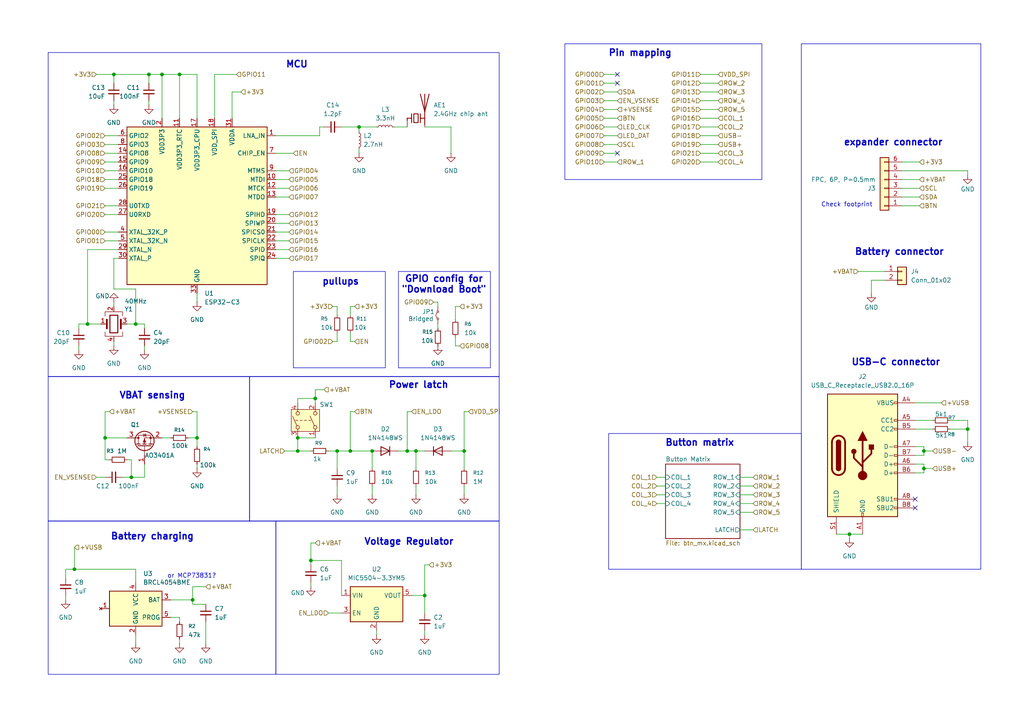
<source format=kicad_sch>
(kicad_sch (version 20250114) (generator "eeschema") (generator_version "9.0")
  (paper "A4")
  (rectangle (start 13.97 151.13) (end 80.01 195.58))
  (rectangle (start 115.57 78.74) (end 142.24 106.68))
  (rectangle (start 13.97 15.24) (end 144.78 109.22))
  (rectangle (start 163.83 12.7) (end 220.98 52.07))
  (rectangle (start 85.09 78.74) (end 111.76 106.68))
  (rectangle (start 232.41 12.7) (end 284.48 165.1))
  (rectangle (start 13.97 109.22) (end 72.39 151.13))
  (rectangle (start 72.39 109.22) (end 144.78 151.13))
  (rectangle (start 80.01 151.13) (end 144.78 195.58))
  (rectangle (start 176.53 125.73) (end 232.41 165.1))
  (text "Voltage Regulator" (at 118.618 157.226 0) (effects (font (size 1.905 1.905) (thickness 0.381) (bold yes))))
  (text "expander connector" (at 259.08 41.402 0) (effects (font (size 1.905 1.905) (thickness 0.381) (bold yes))))
  (text "Check footprint" (at 245.618 59.436 0) (effects (font (size 1.27 1.27))))
  (text "MCU" (at 86.106 18.796 0) (effects (font (size 1.905 1.905) (thickness 0.381) (bold yes))))
  (text "Battery connector" (at 260.858 73.152 0) (effects (font (size 1.905 1.905) (thickness 0.381) (bold yes))))
  (text "or MCP73831?" (at 55.626 167.132 0) (effects (font (size 1.27 1.27))))
  (text "pullups" (at 98.806 81.788 0) (effects (font (size 1.905 1.905) (thickness 0.381) (bold yes))))
  (text "GPIO config for\n\"Download Boot\"" (at 128.778 82.55 0) (effects (font (size 1.905 1.905) (thickness 0.381) (bold yes))))
  (text "USB-C connector" (at 259.842 105.156 0) (effects (font (size 1.905 1.905) (thickness 0.381) (bold yes))))
  (text "Button matrix" (at 202.946 128.524 0) (effects (font (size 1.905 1.905) (thickness 0.381) (bold yes))))
  (text "VBAT sensing" (at 44.196 114.808 0) (effects (font (size 1.905 1.905) (thickness 0.381) (bold yes))))
  (text "Power latch" (at 121.412 111.76 0) (effects (font (size 1.905 1.905) (thickness 0.381) (bold yes))))
  (text "Battery charging" (at 44.196 155.702 0) (effects (font (size 1.905 1.905) (thickness 0.381) (bold yes))))
  (text "Pin mapping" (at 185.674 15.494 0) (effects (font (size 1.905 1.905) (thickness 0.381) (bold yes))))
  (junction (at 120.65 130.81))
  (junction (at 33.02 21.59))
  (junction (at 86.36 127))
  (junction (at 101.6 130.81))
  (junction (at 39.37 93.98))
  (junction (at 21.59 165.1))
  (junction (at 107.95 130.81))
  (junction (at 267.97 135.89))
  (junction (at 43.18 21.59))
  (junction (at 38.1 138.43))
  (junction (at 123.19 172.72))
  (junction (at 267.97 130.81))
  (junction (at 246.38 154.94))
  (junction (at 46.99 21.59))
  (junction (at 86.36 130.81))
  (junction (at 55.88 173.99))
  (junction (at 52.07 21.59))
  (junction (at 134.62 130.81))
  (junction (at 104.14 36.83))
  (junction (at 57.15 127))
  (junction (at 118.11 130.81))
  (junction (at 91.44 115.57))
  (junction (at 90.17 162.56))
  (junction (at 280.67 124.46))
  (junction (at 25.4 93.98))
  (junction (at 30.48 127))
  (junction (at 97.79 130.81))
  (no_connect (at 179.07 24.13))
  (no_connect (at 179.07 21.59))
  (no_connect (at 179.07 44.45))
  (no_connect (at 265.43 147.32))
  (no_connect (at 265.43 144.78))
  (wire (pts (xy 214.63 138.43) (xy 218.44 138.43)))
  (wire (pts (xy 80.01 57.15) (xy 83.82 57.15)))
  (wire (pts (xy 275.59 121.92) (xy 280.67 121.92)))
  (wire (pts (xy 43.18 21.59) (xy 46.99 21.59)))
  (wire (pts (xy 39.37 93.98) (xy 41.91 93.98)))
  (wire (pts (xy 134.62 119.38) (xy 134.62 130.81)))
  (wire (pts (xy 101.6 91.44) (xy 101.6 88.9)))
  (wire (pts (xy 119.38 172.72) (xy 123.19 172.72)))
  (wire (pts (xy 115.57 130.81) (xy 118.11 130.81)))
  (wire (pts (xy 203.2 21.59) (xy 208.28 21.59)))
  (wire (pts (xy 33.02 74.93) (xy 33.02 83.82)))
  (wire (pts (xy 97.79 88.9) (xy 96.52 88.9)))
  (wire (pts (xy 265.43 116.84) (xy 273.05 116.84)))
  (wire (pts (xy 22.86 93.98) (xy 25.4 93.98)))
  (wire (pts (xy 80.01 49.53) (xy 83.82 49.53)))
  (wire (pts (xy 175.26 26.67) (xy 179.07 26.67)))
  (wire (pts (xy 175.26 39.37) (xy 179.07 39.37)))
  (wire (pts (xy 52.07 185.42) (xy 52.07 186.69)))
  (wire (pts (xy 59.69 180.34) (xy 59.69 186.69)))
  (wire (pts (xy 90.17 157.48) (xy 91.44 157.48)))
  (wire (pts (xy 46.99 34.29) (xy 46.99 21.59)))
  (wire (pts (xy 30.48 59.69) (xy 34.29 59.69)))
  (wire (pts (xy 104.14 43.18) (xy 104.14 44.45)))
  (wire (pts (xy 52.07 34.29) (xy 52.07 21.59)))
  (wire (pts (xy 86.36 130.81) (xy 90.17 130.81)))
  (wire (pts (xy 22.86 95.25) (xy 22.86 93.98)))
  (wire (pts (xy 52.07 179.07) (xy 52.07 180.34)))
  (wire (pts (xy 214.63 140.97) (xy 218.44 140.97)))
  (wire (pts (xy 80.01 69.85) (xy 83.82 69.85)))
  (wire (pts (xy 261.62 49.53) (xy 280.67 49.53)))
  (wire (pts (xy 101.6 88.9) (xy 102.87 88.9)))
  (wire (pts (xy 62.23 21.59) (xy 68.58 21.59)))
  (wire (pts (xy 99.06 162.56) (xy 99.06 172.72)))
  (wire (pts (xy 33.02 29.21) (xy 33.02 30.48)))
  (wire (pts (xy 208.28 39.37) (xy 203.2 39.37)))
  (wire (pts (xy 43.18 29.21) (xy 43.18 30.48)))
  (wire (pts (xy 175.26 44.45) (xy 179.07 44.45)))
  (wire (pts (xy 120.65 140.97) (xy 120.65 143.51)))
  (wire (pts (xy 90.17 163.83) (xy 90.17 162.56)))
  (wire (pts (xy 127 93.98) (xy 127 95.25)))
  (wire (pts (xy 175.26 46.99) (xy 179.07 46.99)))
  (wire (pts (xy 57.15 85.09) (xy 57.15 87.63)))
  (wire (pts (xy 248.92 78.74) (xy 256.54 78.74)))
  (wire (pts (xy 275.59 124.46) (xy 280.67 124.46)))
  (wire (pts (xy 132.08 88.9) (xy 133.35 88.9)))
  (wire (pts (xy 267.97 130.81) (xy 267.97 132.08)))
  (wire (pts (xy 33.02 21.59) (xy 43.18 21.59)))
  (wire (pts (xy 175.26 21.59) (xy 179.07 21.59)))
  (wire (pts (xy 39.37 83.82) (xy 39.37 93.98)))
  (wire (pts (xy 267.97 134.62) (xy 267.97 135.89)))
  (wire (pts (xy 30.48 52.07) (xy 34.29 52.07)))
  (wire (pts (xy 30.48 39.37) (xy 34.29 39.37)))
  (wire (pts (xy 95.25 130.81) (xy 97.79 130.81)))
  (wire (pts (xy 22.86 100.33) (xy 22.86 101.6)))
  (wire (pts (xy 261.62 46.99) (xy 266.7 46.99)))
  (wire (pts (xy 46.99 127) (xy 49.53 127)))
  (wire (pts (xy 252.73 81.28) (xy 252.73 85.09)))
  (wire (pts (xy 120.65 130.81) (xy 120.65 135.89)))
  (wire (pts (xy 134.62 140.97) (xy 134.62 143.51)))
  (wire (pts (xy 208.28 41.91) (xy 203.2 41.91)))
  (wire (pts (xy 123.19 36.83) (xy 130.81 36.83)))
  (wire (pts (xy 203.2 46.99) (xy 208.28 46.99)))
  (wire (pts (xy 267.97 129.54) (xy 267.97 130.81)))
  (wire (pts (xy 104.14 36.83) (xy 104.14 38.1)))
  (wire (pts (xy 92.71 39.37) (xy 92.71 36.83)))
  (wire (pts (xy 107.95 130.81) (xy 101.6 130.81)))
  (wire (pts (xy 175.26 29.21) (xy 179.07 29.21)))
  (wire (pts (xy 30.48 54.61) (xy 34.29 54.61)))
  (wire (pts (xy 175.26 24.13) (xy 179.07 24.13)))
  (wire (pts (xy 30.48 119.38) (xy 31.75 119.38)))
  (wire (pts (xy 104.14 36.83) (xy 109.22 36.83)))
  (wire (pts (xy 261.62 59.69) (xy 266.7 59.69)))
  (wire (pts (xy 190.5 138.43) (xy 193.04 138.43)))
  (wire (pts (xy 82.55 130.81) (xy 86.36 130.81)))
  (wire (pts (xy 34.29 74.93) (xy 33.02 74.93)))
  (wire (pts (xy 30.48 127) (xy 30.48 119.38)))
  (wire (pts (xy 90.17 162.56) (xy 99.06 162.56)))
  (wire (pts (xy 41.91 100.33) (xy 41.91 101.6)))
  (wire (pts (xy 267.97 130.81) (xy 270.51 130.81)))
  (wire (pts (xy 57.15 21.59) (xy 52.07 21.59)))
  (wire (pts (xy 203.2 44.45) (xy 208.28 44.45)))
  (wire (pts (xy 134.62 119.38) (xy 135.89 119.38)))
  (wire (pts (xy 55.88 175.26) (xy 55.88 173.99)))
  (wire (pts (xy 203.2 36.83) (xy 208.28 36.83)))
  (wire (pts (xy 86.36 115.57) (xy 86.36 116.84)))
  (wire (pts (xy 91.44 113.03) (xy 93.98 113.03)))
  (wire (pts (xy 67.31 34.29) (xy 67.31 26.67)))
  (wire (pts (xy 57.15 127) (xy 57.15 119.38)))
  (wire (pts (xy 90.17 168.91) (xy 90.17 170.18)))
  (wire (pts (xy 123.19 177.8) (xy 123.19 172.72)))
  (wire (pts (xy 92.71 36.83) (xy 93.98 36.83)))
  (wire (pts (xy 99.06 36.83) (xy 104.14 36.83)))
  (wire (pts (xy 261.62 57.15) (xy 266.7 57.15)))
  (wire (pts (xy 246.38 154.94) (xy 246.38 156.21)))
  (wire (pts (xy 107.95 140.97) (xy 107.95 143.51)))
  (wire (pts (xy 25.4 93.98) (xy 29.21 93.98)))
  (wire (pts (xy 30.48 62.23) (xy 34.29 62.23)))
  (wire (pts (xy 38.1 138.43) (xy 41.91 138.43)))
  (wire (pts (xy 175.26 36.83) (xy 179.07 36.83)))
  (wire (pts (xy 265.43 121.92) (xy 270.51 121.92)))
  (wire (pts (xy 267.97 132.08) (xy 265.43 132.08)))
  (wire (pts (xy 190.5 146.05) (xy 193.04 146.05)))
  (wire (pts (xy 203.2 34.29) (xy 208.28 34.29)))
  (wire (pts (xy 134.62 130.81) (xy 134.62 135.89)))
  (wire (pts (xy 59.69 175.26) (xy 55.88 175.26)))
  (wire (pts (xy 265.43 137.16) (xy 267.97 137.16)))
  (wire (pts (xy 114.3 36.83) (xy 118.11 36.83)))
  (wire (pts (xy 125.73 87.63) (xy 127 87.63)))
  (wire (pts (xy 119.38 119.38) (xy 118.11 119.38)))
  (wire (pts (xy 30.48 49.53) (xy 34.29 49.53)))
  (wire (pts (xy 80.01 39.37) (xy 92.71 39.37)))
  (wire (pts (xy 120.65 130.81) (xy 123.19 130.81)))
  (wire (pts (xy 91.44 115.57) (xy 91.44 113.03)))
  (wire (pts (xy 130.81 36.83) (xy 130.81 44.45)))
  (wire (pts (xy 267.97 135.89) (xy 270.51 135.89)))
  (wire (pts (xy 97.79 91.44) (xy 97.79 88.9)))
  (wire (pts (xy 86.36 127) (xy 91.44 127)))
  (wire (pts (xy 97.79 140.97) (xy 97.79 143.51)))
  (wire (pts (xy 31.75 133.35) (xy 30.48 133.35)))
  (wire (pts (xy 49.53 173.99) (xy 55.88 173.99)))
  (wire (pts (xy 203.2 31.75) (xy 208.28 31.75)))
  (wire (pts (xy 30.48 69.85) (xy 34.29 69.85)))
  (wire (pts (xy 242.57 154.94) (xy 246.38 154.94)))
  (wire (pts (xy 261.62 52.07) (xy 266.7 52.07)))
  (wire (pts (xy 30.48 44.45) (xy 34.29 44.45)))
  (wire (pts (xy 267.97 129.54) (xy 265.43 129.54)))
  (wire (pts (xy 175.26 41.91) (xy 179.07 41.91)))
  (wire (pts (xy 80.01 74.93) (xy 83.82 74.93)))
  (wire (pts (xy 30.48 127) (xy 36.83 127)))
  (wire (pts (xy 30.48 41.91) (xy 34.29 41.91)))
  (wire (pts (xy 30.48 67.31) (xy 34.29 67.31)))
  (wire (pts (xy 265.43 124.46) (xy 270.51 124.46)))
  (wire (pts (xy 30.48 133.35) (xy 30.48 127)))
  (wire (pts (xy 280.67 121.92) (xy 280.67 124.46)))
  (wire (pts (xy 27.94 21.59) (xy 33.02 21.59)))
  (wire (pts (xy 34.29 72.39) (xy 25.4 72.39)))
  (wire (pts (xy 132.08 92.71) (xy 132.08 88.9)))
  (wire (pts (xy 80.01 54.61) (xy 83.82 54.61)))
  (wire (pts (xy 203.2 29.21) (xy 208.28 29.21)))
  (wire (pts (xy 86.36 127) (xy 86.36 130.81)))
  (wire (pts (xy 21.59 158.75) (xy 21.59 165.1)))
  (wire (pts (xy 101.6 99.06) (xy 101.6 96.52)))
  (wire (pts (xy 91.44 115.57) (xy 86.36 115.57)))
  (wire (pts (xy 33.02 83.82) (xy 39.37 83.82)))
  (wire (pts (xy 118.11 119.38) (xy 118.11 130.81)))
  (wire (pts (xy 214.63 146.05) (xy 218.44 146.05)))
  (wire (pts (xy 21.59 165.1) (xy 39.37 165.1)))
  (wire (pts (xy 38.1 138.43) (xy 38.1 133.35)))
  (wire (pts (xy 80.01 67.31) (xy 83.82 67.31)))
  (wire (pts (xy 133.35 100.33) (xy 132.08 100.33)))
  (wire (pts (xy 214.63 153.67) (xy 218.44 153.67)))
  (wire (pts (xy 267.97 135.89) (xy 267.97 137.16)))
  (wire (pts (xy 123.19 182.88) (xy 123.19 184.15)))
  (wire (pts (xy 33.02 100.33) (xy 33.02 99.06)))
  (wire (pts (xy 96.52 99.06) (xy 97.79 99.06)))
  (wire (pts (xy 43.18 21.59) (xy 43.18 24.13)))
  (wire (pts (xy 57.15 135.89) (xy 57.15 134.62)))
  (wire (pts (xy 80.01 44.45) (xy 85.09 44.45)))
  (wire (pts (xy 19.05 165.1) (xy 21.59 165.1)))
  (wire (pts (xy 101.6 119.38) (xy 102.87 119.38)))
  (wire (pts (xy 127 87.63) (xy 127 88.9)))
  (wire (pts (xy 57.15 34.29) (xy 57.15 21.59)))
  (wire (pts (xy 214.63 143.51) (xy 218.44 143.51)))
  (wire (pts (xy 39.37 184.15) (xy 39.37 186.69)))
  (wire (pts (xy 90.17 162.56) (xy 90.17 157.48)))
  (wire (pts (xy 256.54 81.28) (xy 252.73 81.28)))
  (wire (pts (xy 190.5 140.97) (xy 193.04 140.97)))
  (wire (pts (xy 80.01 72.39) (xy 83.82 72.39)))
  (wire (pts (xy 41.91 95.25) (xy 41.91 93.98)))
  (wire (pts (xy 107.95 135.89) (xy 107.95 130.81)))
  (wire (pts (xy 35.56 138.43) (xy 38.1 138.43)))
  (wire (pts (xy 91.44 115.57) (xy 91.44 116.84)))
  (wire (pts (xy 130.81 130.81) (xy 134.62 130.81)))
  (wire (pts (xy 101.6 130.81) (xy 97.79 130.81)))
  (wire (pts (xy 30.48 138.43) (xy 27.94 138.43)))
  (wire (pts (xy 41.91 134.62) (xy 41.91 138.43)))
  (wire (pts (xy 203.2 26.67) (xy 208.28 26.67)))
  (wire (pts (xy 246.38 154.94) (xy 250.19 154.94)))
  (wire (pts (xy 80.01 52.07) (xy 83.82 52.07)))
  (wire (pts (xy 57.15 129.54) (xy 57.15 127)))
  (wire (pts (xy 102.87 99.06) (xy 101.6 99.06)))
  (wire (pts (xy 261.62 54.61) (xy 266.7 54.61)))
  (wire (pts (xy 265.43 134.62) (xy 267.97 134.62)))
  (wire (pts (xy 54.61 127) (xy 57.15 127)))
  (wire (pts (xy 33.02 21.59) (xy 33.02 24.13)))
  (wire (pts (xy 55.88 173.99) (xy 55.88 170.18)))
  (wire (pts (xy 49.53 179.07) (xy 52.07 179.07)))
  (wire (pts (xy 97.79 96.52) (xy 97.79 99.06)))
  (wire (pts (xy 175.26 34.29) (xy 179.07 34.29)))
  (wire (pts (xy 67.31 26.67) (xy 69.85 26.67)))
  (wire (pts (xy 19.05 165.1) (xy 19.05 167.64)))
  (wire (pts (xy 280.67 50.8) (xy 280.67 49.53)))
  (wire (pts (xy 280.67 124.46) (xy 280.67 128.27)))
  (wire (pts (xy 30.48 46.99) (xy 34.29 46.99)))
  (wire (pts (xy 19.05 172.72) (xy 19.05 173.99)))
  (wire (pts (xy 39.37 168.91) (xy 39.37 165.1)))
  (wire (pts (xy 97.79 130.81) (xy 97.79 135.89)))
  (wire (pts (xy 33.02 87.63) (xy 33.02 88.9)))
  (wire (pts (xy 123.19 163.83) (xy 124.46 163.83)))
  (wire (pts (xy 101.6 119.38) (xy 101.6 130.81)))
  (wire (pts (xy 38.1 133.35) (xy 36.83 133.35)))
  (wire (pts (xy 36.83 93.98) (xy 39.37 93.98)))
  (wire (pts (xy 46.99 21.59) (xy 52.07 21.59)))
  (wire (pts (xy 55.88 119.38) (xy 57.15 119.38)))
  (wire (pts (xy 80.01 64.77) (xy 83.82 64.77)))
  (wire (pts (xy 25.4 72.39) (xy 25.4 93.98)))
  (wire (pts (xy 175.26 31.75) (xy 179.07 31.75)))
  (wire (pts (xy 123.19 163.83) (xy 123.19 172.72)))
  (wire (pts (xy 190.5 143.51) (xy 193.04 143.51)))
  (wire (pts (xy 80.01 62.23) (xy 83.82 62.23)))
  (wire (pts (xy 55.88 170.18) (xy 59.69 170.18)))
  (wire (pts (xy 118.11 130.81) (xy 120.65 130.81)))
  (wire (pts (xy 95.25 177.8) (xy 99.06 177.8)))
  (wire (pts (xy 132.08 97.79) (xy 132.08 100.33)))
  (wire (pts (xy 62.23 34.29) (xy 62.23 21.59)))
  (wire (pts (xy 203.2 24.13) (xy 208.28 24.13)))
  (wire (pts (xy 214.63 148.59) (xy 218.44 148.59)))
  (wire (pts (xy 109.22 182.88) (xy 109.22 184.15)))
  (hierarchical_label "+VBAT" (shape input) (at 31.75 119.38 0))
  (hierarchical_label "GPIO20" (shape input) (at 203.2 46.99 180))
  (hierarchical_label "+3V3" (shape input) (at 69.85 26.67 0))
  (hierarchical_label "GPIO13" (shape input) (at 203.2 26.67 180))
  (hierarchical_label "GPIO09" (shape input) (at 125.73 87.63 180))
  (hierarchical_label "ROW_4" (shape input) (at 218.44 146.05 0))
  (hierarchical_label "COL_3" (shape input) (at 190.5 143.51 180))
  (hierarchical_label "GPIO09" (shape input) (at 30.48 46.99 180))
  (hierarchical_label "GPIO05" (shape input) (at 175.26 34.29 180))
  (hierarchical_label "COL_4" (shape input) (at 208.28 46.99 0))
  (hierarchical_label "GPIO13" (shape input) (at 83.82 64.77 0))
  (hierarchical_label "+3V3" (shape input) (at 102.87 88.9 0))
  (hierarchical_label "GPIO04" (shape input) (at 83.82 49.53 0))
  (hierarchical_label "COL_2" (shape input) (at 208.28 36.83 0))
  (hierarchical_label "+3V3" (shape input) (at 124.46 163.83 0))
  (hierarchical_label "GPIO05" (shape input) (at 83.82 52.07 0))
  (hierarchical_label "GPIO09" (shape input) (at 175.26 44.45 180))
  (hierarchical_label "LED_DAT" (shape input) (at 179.07 39.37 0))
  (hierarchical_label "+VUSB" (shape input) (at 273.05 116.84 0))
  (hierarchical_label "GPIO04" (shape input) (at 175.26 31.75 180))
  (hierarchical_label "GPIO17" (shape input) (at 83.82 74.93 0))
  (hierarchical_label "+3V3" (shape input) (at 266.7 46.99 0))
  (hierarchical_label "ROW_5" (shape input) (at 218.44 148.59 0))
  (hierarchical_label "+3V3" (shape input) (at 96.52 88.9 180))
  (hierarchical_label "EN_VSENSE" (shape input) (at 179.07 29.21 0))
  (hierarchical_label "GPIO18" (shape input) (at 30.48 52.07 180))
  (hierarchical_label "+VUSB" (shape input) (at 21.59 158.75 0))
  (hierarchical_label "GPIO02" (shape input) (at 30.48 39.37 180))
  (hierarchical_label "GPIO08" (shape input) (at 133.35 100.33 0))
  (hierarchical_label "USB+" (shape input) (at 270.51 135.89 0))
  (hierarchical_label "GPIO21" (shape input) (at 203.2 44.45 180))
  (hierarchical_label "ROW_2" (shape input) (at 218.44 140.97 0))
  (hierarchical_label "EN_VSENSE" (shape input) (at 27.94 138.43 180))
  (hierarchical_label "GPIO14" (shape input) (at 83.82 67.31 0))
  (hierarchical_label "GPIO12" (shape input) (at 83.82 62.23 0))
  (hierarchical_label "+VBAT" (shape input) (at 93.98 113.03 0))
  (hierarchical_label "BTN" (shape input) (at 266.7 59.69 0))
  (hierarchical_label "GPIO11" (shape input) (at 68.58 21.59 0))
  (hierarchical_label "LATCH" (shape input) (at 218.44 153.67 0))
  (hierarchical_label "GPIO17" (shape input) (at 203.2 36.83 180))
  (hierarchical_label "GPIO21" (shape input) (at 30.48 59.69 180))
  (hierarchical_label "ROW_2" (shape input) (at 208.28 24.13 0))
  (hierarchical_label "VDD_SPI" (shape input) (at 135.89 119.38 0))
  (hierarchical_label "BTN" (shape input) (at 179.07 34.29 0))
  (hierarchical_label "+VBAT" (shape input) (at 266.7 52.07 0))
  (hierarchical_label "GPIO19" (shape input) (at 203.2 41.91 180))
  (hierarchical_label "GPIO03" (shape input) (at 175.26 29.21 180))
  (hierarchical_label "EN" (shape input) (at 85.09 44.45 0))
  (hierarchical_label "GPIO15" (shape input) (at 83.82 69.85 0))
  (hierarchical_label "ROW_3" (shape input) (at 218.44 143.51 0))
  (hierarchical_label "GPIO06" (shape input) (at 83.82 54.61 0))
  (hierarchical_label "EN_LDO" (shape input) (at 95.25 177.8 180))
  (hierarchical_label "GPIO16" (shape input) (at 83.82 72.39 0))
  (hierarchical_label "+3V3" (shape input) (at 27.94 21.59 180))
  (hierarchical_label "GPIO18" (shape input) (at 203.2 39.37 180))
  (hierarchical_label "USB+" (shape input) (at 208.28 41.91 0))
  (hierarchical_label "GPIO03" (shape input) (at 30.48 41.91 180))
  (hierarchical_label "SCL" (shape input) (at 266.7 54.61 0))
  (hierarchical_label "SDA" (shape input) (at 266.7 57.15 0))
  (hierarchical_label "GPIO19" (shape input) (at 30.48 54.61 180))
  (hierarchical_label "GPIO01" (shape input) (at 175.26 24.13 180))
  (hierarchical_label "GPIO06" (shape input) (at 175.26 36.83 180))
  (hierarchical_label "GPIO10" (shape input) (at 30.48 49.53 180))
  (hierarchical_label "ROW_3" (shape input) (at 208.28 26.67 0))
  (hierarchical_label "COL_3" (shape input) (at 208.28 44.45 0))
  (hierarchical_label "VDD_SPI" (shape input) (at 208.28 21.59 0))
  (hierarchical_label "COL_4" (shape input) (at 190.5 146.05 180))
  (hierarchical_label "COL_1" (shape input) (at 208.28 34.29 0))
  (hierarchical_label "SDA" (shape input) (at 179.07 26.67 0))
  (hierarchical_label "ROW_1" (shape input) (at 218.44 138.43 0))
  (hierarchical_label "+VBAT" (shape input) (at 91.44 157.48 0))
  (hierarchical_label "COL_1" (shape input) (at 190.5 138.43 180))
  (hierarchical_label "GPIO07" (shape input) (at 83.82 57.15 0))
  (hierarchical_label "ROW_1" (shape input) (at 179.07 46.99 0))
  (hierarchical_label "SCL" (shape input) (at 179.07 41.91 0))
  (hierarchical_label "GPIO12" (shape input) (at 203.2 24.13 180))
  (hierarchical_label "GPIO07" (shape input) (at 175.26 39.37 180))
  (hierarchical_label "+VBAT" (shape input) (at 59.69 170.18 0))
  (hierarchical_label "GPIO08" (shape input) (at 175.26 41.91 180))
  (hierarchical_label "EN" (shape input) (at 102.87 99.06 0))
  (hierarchical_label "ROW_4" (shape input) (at 208.28 29.21 0))
  (hierarchical_label "USB-" (shape input) (at 270.51 130.81 0))
  (hierarchical_label "GPIO20" (shape input) (at 30.48 62.23 180))
  (hierarchical_label "+VSENSE" (shape input) (at 179.07 31.75 0))
  (hierarchical_label "GPIO00" (shape input) (at 30.48 67.31 180))
  (hierarchical_label "GPIO02" (shape input) (at 175.26 26.67 180))
  (hierarchical_label "GPIO11" (shape input) (at 203.2 21.59 180))
  (hierarchical_label "+VSENSE" (shape input) (at 55.88 119.38 180))
  (hierarchical_label "GPIO14" (shape input) (at 203.2 29.21 180))
  (hierarchical_label "USB-" (shape input) (at 208.28 39.37 0))
  (hierarchical_label "LED_CLK" (shape input) (at 179.07 36.83 0))
  (hierarchical_label "BTN" (shape input) (at 102.87 119.38 0))
  (hierarchical_label "GPIO01" (shape input) (at 30.48 69.85 180))
  (hierarchical_label "GPIO16" (shape input) (at 203.2 34.29 180))
  (hierarchical_label "GPIO15" (shape input) (at 203.2 31.75 180))
  (hierarchical_label "+3V3" (shape input) (at 133.35 88.9 0))
  (hierarchical_label "EN_LDO" (shape input) (at 119.38 119.38 0))
  (hierarchical_label "LATCH" (shape input) (at 82.55 130.81 180))
  (hierarchical_label "GPIO08" (shape input) (at 30.48 44.45 180))
  (hierarchical_label "GPIO10" (shape input) (at 175.26 46.99 180))
  (hierarchical_label "GPIO02" (shape input) (at 96.52 99.06 180))
  (hierarchical_label "ROW_5" (shape input) (at 208.28 31.75 0))
  (hierarchical_label "GPIO00" (shape input) (at 175.26 21.59 180))
  (hierarchical_label "+VBAT" (shape input) (at 248.92 78.74 180))
  (hierarchical_label "COL_2" (shape input) (at 190.5 140.97 180))
  (symbol (lib_id "power:GND") (at 57.15 87.63 0) (unit 1)
    (property "Reference" "#PWR021" (effects (hide yes)))
    (property "Value" "GND" (at 57.15 92.71 0))
    (property "Description" "Power symbol creates a global label with name \"GND\" , ground" (effects (hide yes)))
  )
  (symbol (lib_id "power:GND") (at 252.73 85.09 0) (unit 1)
    (property "Reference" "#PWR09" (effects (hide yes)))
    (property "Value" "GND" (at 252.73 89.154 0))
    (property "Description" "Power symbol creates a global label with name \"GND\" , ground" (effects (hide yes)))
  )
  (symbol (lib_id "power:GND") (at 33.02 87.63 180) (unit 1)
    (property "Reference" "#PWR022" (effects (hide yes)))
    (property "Value" "GND" (at 29.718 85.852 0))
    (property "Description" "Power symbol creates a global label with name \"GND\" , ground" (effects (hide yes)))
  )
  (symbol (lib_id "power:GND") (at 41.91 101.6 0) (unit 1)
    (property "Reference" "#PWR018" (effects (hide yes)))
    (property "Value" "GND" (at 41.91 106.68 0))
    (property "Description" "Power symbol creates a global label with name \"GND\" , ground" (effects (hide yes)))
  )
  (symbol (lib_id "Device:R_Small") (at 57.15 132.08 0) (unit 1)
    (property "Reference" "R4" (at 58.928 130.302 0) (effects (font (size 1.016 1.016)) (justify left)))
    (property "Value" "100k" (at 57.912 134.874 0) (effects (justify left)))
    (property "Footprint" "Resistor_SMD:R_0603_1608Metric_Pad0.98x0.95mm_HandSolder" (effects (hide yes)))
    (property "Description" "Resistor, small symbol" (effects (hide yes)))
    (property "LCSC" "C25803" (effects (hide yes)))
  )
  (symbol (lib_id "Connector:USB_C_Receptacle_USB2.0_16P") (at 250.19 132.08 0) (unit 1)
    (property "Reference" "J2" (at 250.19 109.22 0))
    (property "Value" "USB_C_Receptacle_USB2.0_16P" (at 250.19 111.76 0))
    (property "Footprint" "Connector_USB:USB_C_Receptacle_G-Switch_GT-USB-7010ASV" (effects (hide yes)))
    (property "Datasheet" "https://www.usb.org/sites/default/files/documents/usb_type-c.zip" (effects (hide yes)))
    (property "Description" "USB 2.0-only 16P Type-C Receptacle connector" (effects (hide yes)))
    (property "LCSC" "C2765186" (effects (hide yes)))
  )
  (symbol (lib_id "power:GND") (at 280.67 50.8 0) (unit 1)
    (property "Reference" "#PWR026" (effects (hide yes)))
    (property "Value" "GND" (at 280.67 54.864 0))
    (property "Description" "Power symbol creates a global label with name \"GND\" , ground" (effects (hide yes)))
  )
  (symbol (lib_id "Device:R_Small") (at 34.29 133.35 90) (unit 1)
    (property "Reference" "R3" (at 33.0199 130.81 90) (effects (font (size 1.016 1.016)) (justify left)))
    (property "Value" "1M" (at 36.83 130.81 90) (effects (justify left)))
    (property "Footprint" "Resistor_SMD:R_0603_1608Metric_Pad0.98x0.95mm_HandSolder" (effects (hide yes)))
    (property "Description" "Resistor, small symbol" (effects (hide yes)))
    (property "LCSC" "C22935" (effects (hide yes)))
  )
  (symbol (lib_id "Device:R_Small") (at 52.07 127 90) (unit 1)
    (property "Reference" "R14" (at 53.594 124.714 90) (effects (font (size 1.016 1.016)) (justify left)))
    (property "Value" "100k" (at 54.61 129.286 90) (effects (justify left)))
    (property "Footprint" "Resistor_SMD:R_0603_1608Metric_Pad0.98x0.95mm_HandSolder" (effects (hide yes)))
    (property "Description" "Resistor, small symbol" (effects (hide yes)))
    (property "LCSC" "C25803" (effects (hide yes)))
  )
  (symbol (lib_id "Device:C_Small") (at 90.17 166.37 0) (unit 1)
    (property "Reference" "C6" (at 92.71 165.1062 0) (effects (justify left)))
    (property "Value" "1uF" (at 92.71 167.6462 0) (effects (justify left)))
    (property "Footprint" "Capacitor_SMD:C_0603_1608Metric_Pad1.08x0.95mm_HandSolder" (effects (hide yes)))
    (property "Description" "Unpolarized capacitor, small symbol" (effects (hide yes)))
    (property "LCSC" "C15849" (effects (hide yes)))
  )
  (symbol (lib_id "Device:R_Small") (at 52.07 182.88 0) (unit 1)
    (property "Reference" "R2" (at 54.61 181.6099 0) (effects (font (size 1.016 1.016)) (justify left)))
    (property "Value" "47k" (at 54.61 184.1499 0) (effects (justify left)))
    (property "Footprint" "Resistor_SMD:R_0603_1608Metric_Pad0.98x0.95mm_HandSolder" (effects (hide yes)))
    (property "Description" "Resistor, small symbol" (effects (hide yes)))
    (property "LCSC" "C25819" (effects (hide yes)))
  )
  (symbol (lib_id "Device:C_Small") (at 59.69 177.8 0) (unit 1)
    (property "Reference" "C7" (at 62.23 176.5362 0) (effects (justify left)))
    (property "Value" "1uF" (at 62.23 179.0762 0) (effects (justify left)))
    (property "Footprint" "Capacitor_SMD:C_0603_1608Metric_Pad1.08x0.95mm_HandSolder" (effects (hide yes)))
    (property "Description" "Unpolarized capacitor, small symbol" (effects (hide yes)))
    (property "LCSC" "C15849" (effects (hide yes)))
  )
  (symbol (lib_id "Connector_Generic:Conn_01x02") (at 261.62 78.74 0) (unit 1)
    (property "Reference" "J4" (at 264.16 78.7399 0) (effects (justify left)))
    (property "Value" "Conn_01x02" (at 264.16 81.2799 0) (effects (justify left)))
    (property "Footprint" "Connector_PinHeader_2.00mm:PinHeader_1x02_P2.00mm_Vertical" (effects (hide yes)))
    (property "Description" "Generic connector, single row, 01x02, script generated (kicad-library-utils/schlib/autogen/connector/)" (effects (hide yes)))
  )
  (symbol (lib_id "power:GND") (at 109.22 184.15 0) (unit 1)
    (property "Reference" "#PWR03" (effects (hide yes)))
    (property "Value" "GND" (at 109.22 189.23 0))
    (property "Description" "Power symbol creates a global label with name \"GND\" , ground" (effects (hide yes)))
  )
  (symbol (lib_id "Device:R_Small") (at 92.71 130.81 90) (unit 1)
    (property "Reference" "R9" (at 93.472 128.524 90) (effects (font (size 1.016 1.016)) (justify left)))
    (property "Value" "1k" (at 93.218 133.096 90) (effects (justify left)))
    (property "Footprint" "Resistor_SMD:R_0603_1608Metric_Pad0.98x0.95mm_HandSolder" (effects (hide yes)))
    (property "Description" "Resistor, small symbol" (effects (hide yes)))
    (property "LCSC" "C21190" (effects (hide yes)))
  )
  (symbol (lib_id "Device:R_Small") (at 120.65 138.43 0) (unit 1)
    (property "Reference" "R13" (at 123.19 137.1599 0) (effects (font (size 1.016 1.016)) (justify left)))
    (property "Value" "10k" (at 123.19 139.6999 0) (effects (justify left)))
    (property "Footprint" "Resistor_SMD:R_0603_1608Metric_Pad0.98x0.95mm_HandSolder" (effects (hide yes)))
    (property "Description" "Resistor, small symbol" (effects (hide yes)))
    (property "LCSC" "C25804" (effects (hide yes)))
  )
  (symbol (lib_id "Device:R_Small") (at 273.05 121.92 90) (unit 1)
    (property "Reference" "R7" (at 277.114 121.158 90) (effects (font (size 1.016 1.016)) (justify left)))
    (property "Value" "5k1" (at 274.828 120.142 90) (effects (justify left)))
    (property "Footprint" "Resistor_SMD:R_0603_1608Metric_Pad0.98x0.95mm_HandSolder" (effects (hide yes)))
    (property "Description" "Resistor, small symbol" (effects (hide yes)))
    (property "LCSC" "C23186" (effects (hide yes)))
  )
  (symbol (lib_id "Device:C_Small") (at 41.91 97.79 0) (unit 1)
    (property "Reference" "C4" (at 44.45 96.5262 0) (effects (justify left)))
    (property "Value" "20pF" (at 44.45 99.0662 0) (effects (justify left)))
    (property "Footprint" "Capacitor_SMD:C_0603_1608Metric_Pad1.08x0.95mm_HandSolder" (effects (hide yes)))
    (property "Description" "Unpolarized capacitor, small symbol" (effects (hide yes)))
    (property "LCSC" "C1648" (effects (hide yes)))
  )
  (symbol (lib_id "Device:R_Small") (at 97.79 93.98 0) (unit 1)
    (property "Reference" "R5" (at 92.964 92.456 0) (effects (font (size 1.016 1.016)) (justify left)))
    (property "Value" "10k" (at 92.964 94.996 0) (effects (justify left)))
    (property "Footprint" "Resistor_SMD:R_0603_1608Metric_Pad0.98x0.95mm_HandSolder" (effects (hide yes)))
    (property "Description" "Resistor, small symbol" (effects (hide yes)))
    (property "LCSC" "C25804" (effects (hide yes)))
  )
  (symbol (lib_id "power:GND") (at 33.02 30.48 0) (unit 1)
    (property "Reference" "#PWR024" (effects (hide yes)))
    (property "Value" "GND" (at 33.02 35.56 0))
    (property "Description" "Power symbol creates a global label with name \"GND\" , ground" (effects (hide yes)))
  )
  (symbol (lib_id "power:GND") (at 127 100.33 0) (unit 1)
    (property "Reference" "#PWR027" (effects (hide yes)))
    (property "Value" "GND" (at 127 105.41 0))
    (property "Description" "Power symbol creates a global label with name \"GND\" , ground" (effects (hide yes)))
  )
  (symbol (lib_id "Device:C_Small") (at 22.86 97.79 0) (mirror y) (unit 1)
    (property "Reference" "C10" (at 20.32 96.5262 0) (effects (justify left)))
    (property "Value" "20pF" (at 20.32 99.0662 0) (effects (justify left)))
    (property "Footprint" "Capacitor_SMD:C_0603_1608Metric_Pad1.08x0.95mm_HandSolder" (effects (hide yes)))
    (property "Description" "Unpolarized capacitor, small symbol" (effects (hide yes)))
    (property "LCSC" "C1648" (effects (hide yes)))
  )
  (symbol (lib_id "Diode:1N4148WS") (at 111.76 130.81 180) (unit 1)
    (property "Reference" "D2" (at 111.76 124.46 0))
    (property "Value" "1N4148WS" (at 111.76 127 0))
    (property "Footprint" "Diode_SMD:D_SOD-323" (effects (hide yes)))
    (property "Datasheet" "https://www.vishay.com/docs/85751/1n4148ws.pdf" (effects (hide yes)))
    (property "Description" "75V 0.15A Fast switching Diode, SOD-323" (effects (hide yes)))
    (property "Sim.Device" "D" (effects (hide yes)))
    (property "Sim.Pins" "1=K 2=A" (effects (hide yes)))
    (property "LCSC" "C2128" (effects (hide yes)))
  )
  (symbol (lib_id "Device:C_Small") (at 19.05 170.18 0) (unit 1)
    (property "Reference" "C8" (at 21.59 168.9162 0) (effects (justify left)))
    (property "Value" "1uF" (at 21.59 171.4562 0) (effects (justify left)))
    (property "Footprint" "Capacitor_SMD:C_0603_1608Metric_Pad1.08x0.95mm_HandSolder" (effects (hide yes)))
    (property "Description" "Unpolarized capacitor, small symbol" (effects (hide yes)))
    (property "LCSC" "C15849" (effects (hide yes)))
  )
  (symbol (lib_id "Jumper:Jumper_2_Small_Bridged") (at 127 91.44 90) (unit 1)
    (property "Reference" "JP1" (at 122.428 90.424 90) (effects (justify right)))
    (property "Value" "Bridged" (at 118.364 92.456 90) (effects (justify right)))
    (property "Footprint" "Jumper:SolderJumper-2_P1.3mm_Bridged_RoundedPad1.0x1.5mm" (effects (hide yes)))
    (property "Description" "Jumper, 2-pole, small symbol, bridged" (effects (hide yes)))
  )
  (symbol (lib_id "power:GND") (at 134.62 143.51 0) (unit 1)
    (property "Reference" "#PWR015" (effects (hide yes)))
    (property "Value" "GND" (at 134.62 148.59 0))
    (property "Description" "Power symbol creates a global label with name \"GND\" , ground" (effects (hide yes)))
  )
  (symbol (lib_id "power:GND") (at 107.95 143.51 0) (unit 1)
    (property "Reference" "#PWR014" (effects (hide yes)))
    (property "Value" "GND" (at 107.95 148.59 0))
    (property "Description" "Power symbol creates a global label with name \"GND\" , ground" (effects (hide yes)))
  )
  (symbol (lib_id "Device:R_Small") (at 273.05 124.46 270) (unit 1)
    (property "Reference" "R8" (at 274.828 125.984 90) (effects (font (size 1.016 1.016)) (justify left)))
    (property "Value" "5k1" (at 271.272 126.238 90) (effects (justify left)))
    (property "Footprint" "Resistor_SMD:R_0603_1608Metric_Pad0.98x0.95mm_HandSolder" (effects (hide yes)))
    (property "Description" "Resistor, small symbol" (effects (hide yes)))
    (property "LCSC" "C23186" (effects (hide yes)))
  )
  (symbol (lib_id "power:GND") (at 90.17 170.18 0) (unit 1)
    (property "Reference" "#PWR04" (effects (hide yes)))
    (property "Value" "GND" (at 86.36 171.958 0))
    (property "Description" "Power symbol creates a global label with name \"GND\" , ground" (effects (hide yes)))
  )
  (symbol (lib_id "Device:L_Small") (at 111.76 36.83 90) (unit 1)
    (property "Reference" "L3" (at 111.76 31.75 90))
    (property "Value" "3.3nH" (at 111.76 34.29 90))
    (property "Footprint" "Inductor_SMD:L_0402_1005Metric_Pad0.77x0.64mm_HandSolder" (effects (hide yes)))
    (property "Description" "Inductor, small symbol" (effects (hide yes)))
    (property "LCSC" "C98061" (effects (hide yes)))
  )
  (symbol (lib_id "Device:Antenna_Chip") (at 120.65 34.29 0) (unit 1)
    (property "Reference" "AE1" (at 125.73 30.4799 0) (effects (justify left)))
    (property "Value" "2.4GHz chip ant" (at 125.73 33.0199 0) (effects (justify left)))
    (property "Footprint" "Inductor_SMD:L_1206_3216Metric_Pad1.42x1.75mm_HandSolder" (effects (hide yes)))
    (property "Description" "Ceramic chip antenna with pin for PCB trace" (effects (hide yes)))
    (property "LCSC" "C293767" (effects (hide yes)))
  )
  (symbol (lib_id "Device:R_Small") (at 107.95 138.43 0) (unit 1)
    (property "Reference" "R10" (at 110.49 137.1599 0) (effects (font (size 1.016 1.016)) (justify left)))
    (property "Value" "10k" (at 110.49 139.6999 0) (effects (justify left)))
    (property "Footprint" "Resistor_SMD:R_0603_1608Metric_Pad0.98x0.95mm_HandSolder" (effects (hide yes)))
    (property "Description" "Resistor, small symbol" (effects (hide yes)))
    (property "LCSC" "C25804" (effects (hide yes)))
  )
  (symbol (lib_id "power:GND") (at 123.19 184.15 0) (unit 1)
    (property "Reference" "#PWR02" (effects (hide yes)))
    (property "Value" "GND" (at 123.19 189.23 0))
    (property "Description" "Power symbol creates a global label with name \"GND\" , ground" (effects (hide yes)))
  )
  (symbol (lib_id "Regulator_Linear:MIC5504-3.3YM5") (at 109.22 175.26 0) (unit 1)
    (property "Reference" "U2" (at 109.22 165.1 0))
    (property "Value" "MIC5504-3.3YM5" (at 109.22 167.64 0))
    (property "Footprint" "Package_TO_SOT_SMD:SOT-23-5" (effects (hide yes)))
    (property "Datasheet" "http://ww1.microchip.com/downloads/en/DeviceDoc/MIC550X.pdf" (effects (hide yes)))
    (property "Description" "300mA Low-dropout Voltage Regulator, Vout 3.3V, Vin up to 5.5V, SOT-23" (effects (hide yes)))
    (property "LCSC" "C41348078" (effects (hide yes)))
  )
  (symbol (lib_id "MCU_Espressif:ESP32-C3") (at 57.15 59.69 0) (unit 1)
    (property "Reference" "U1" (at 59.2933 85.09 0) (effects (justify left)))
    (property "Value" "ESP32-C3" (at 59.2933 87.63 0) (effects (justify left)))
    (property "Footprint" "Package_DFN_QFN:QFN-32-1EP_5x5mm_P0.5mm_EP3.7x3.7mm" (effects (hide yes)))
    (property "Datasheet" "https://www.espressif.com/sites/default/files/documentation/esp32-c3_datasheet_en.pdf" (effects (hide yes)))
    (property "Description" "RF Module, ESP32 SoC, RISC-V, WiFi 802.11b/n/g, Bluetooth LE 5, QFN32" (effects (hide yes)))
  )
  (symbol (lib_id "power:GND") (at 22.86 101.6 0) (unit 1)
    (property "Reference" "#PWR019" (effects (hide yes)))
    (property "Value" "GND" (at 22.86 106.68 0))
    (property "Description" "Power symbol creates a global label with name \"GND\" , ground" (effects (hide yes)))
  )
  (symbol (lib_id "power:GND") (at 280.67 128.27 0) (unit 1)
    (property "Reference" "#PWR012" (effects (hide yes)))
    (property "Value" "GND" (at 280.67 133.35 0))
    (property "Description" "Power symbol creates a global label with name \"GND\" , ground" (effects (hide yes)))
  )
  (symbol (lib_id "power:GND") (at 57.15 135.89 0) (unit 1)
    (property "Reference" "#PWR010" (effects (hide yes)))
    (property "Value" "GND" (at 57.15 140.97 0))
    (property "Description" "Power symbol creates a global label with name \"GND\" , ground" (effects (hide yes)))
  )
  (symbol (lib_id "Device:R_Small") (at 127 97.79 0) (unit 1)
    (property "Reference" "R15" (at 122.428 96.266 0) (effects (font (size 1.016 1.016)) (justify left)))
    (property "Value" "10k" (at 122.174 98.806 0) (effects (justify left)))
    (property "Footprint" "Resistor_SMD:R_0603_1608Metric_Pad0.98x0.95mm_HandSolder" (effects (hide yes)))
    (property "Description" "Resistor, small symbol" (effects (hide yes)))
    (property "LCSC" "C25804" (effects (hide yes)))
  )
  (symbol (lib_id "Device:C_Small") (at 33.02 138.43 90) (mirror x) (unit 1)
    (property "Reference" "C12" (at 31.7562 140.97 90) (effects (justify left)))
    (property "Value" "100nF" (at 40.386 140.97 90) (effects (justify left)))
    (property "Footprint" "Capacitor_SMD:C_0603_1608Metric_Pad1.08x0.95mm_HandSolder" (effects (hide yes)))
    (property "Description" "Unpolarized capacitor, small symbol" (effects (hide yes)))
    (property "LCSC" "C14663" (effects (hide yes)))
  )
  (symbol (lib_id "power:GND") (at 246.38 156.21 0) (unit 1)
    (property "Reference" "#PWR011" (effects (hide yes)))
    (property "Value" "GND" (at 246.38 161.29 0))
    (property "Description" "Power symbol creates a global label with name \"GND\" , ground" (effects (hide yes)))
  )
  (symbol (lib_id "Device:C_Small") (at 33.02 26.67 0) (mirror y) (unit 1)
    (property "Reference" "C13" (at 30.48 25.4062 0) (effects (justify left)))
    (property "Value" "10uF" (at 30.48 27.9462 0) (effects (justify left)))
    (property "Footprint" "Capacitor_SMD:C_0805_2012Metric_Pad1.18x1.45mm_HandSolder" (effects (hide yes)))
    (property "Description" "Unpolarized capacitor, small symbol" (effects (hide yes)))
    (property "LCSC" "C15850" (effects (hide yes)))
  )
  (symbol (lib_id "power:GND") (at 97.79 143.51 0) (unit 1)
    (property "Reference" "#PWR013" (effects (hide yes)))
    (property "Value" "GND" (at 97.79 148.59 0))
    (property "Description" "Power symbol creates a global label with name \"GND\" , ground" (effects (hide yes)))
  )
  (symbol (lib_id "Device:R_Small") (at 101.6 93.98 0) (mirror y) (unit 1)
    (property "Reference" "R11" (at 106.426 92.456 0) (effects (font (size 1.016 1.016)) (justify left)))
    (property "Value" "10k" (at 106.426 94.996 0) (effects (justify left)))
    (property "Footprint" "Resistor_SMD:R_0603_1608Metric_Pad0.98x0.95mm_HandSolder" (effects (hide yes)))
    (property "Description" "Resistor, small symbol" (effects (hide yes)))
    (property "LCSC" "C25804" (effects (hide yes)))
  )
  (symbol (lib_id "power:GND") (at 130.81 44.45 0) (unit 1)
    (property "Reference" "#PWR025" (effects (hide yes)))
    (property "Value" "GND" (at 130.81 49.53 0))
    (property "Description" "Power symbol creates a global label with name \"GND\" , ground" (effects (hide yes)))
  )
  (symbol (lib_id "Device:C_Small") (at 123.19 180.34 0) (unit 1)
    (property "Reference" "C2" (at 125.73 179.0762 0) (effects (justify left)))
    (property "Value" "1uF" (at 125.73 181.6162 0) (effects (justify left)))
    (property "Footprint" "Capacitor_SMD:C_0603_1608Metric_Pad1.08x0.95mm_HandSolder" (effects (hide yes)))
    (property "Description" "Unpolarized capacitor, small symbol" (effects (hide yes)))
    (property "LCSC" "C15849" (effects (hide yes)))
  )
  (symbol (lib_id "power:GND") (at 19.05 173.99 0) (unit 1)
    (property "Reference" "#PWR07" (effects (hide yes)))
    (property "Value" "GND" (at 19.05 179.07 0))
    (property "Description" "Power symbol creates a global label with name \"GND\" , ground" (effects (hide yes)))
  )
  (symbol (lib_id "power:GND") (at 104.14 44.45 0) (unit 1)
    (property "Reference" "#PWR023" (effects (hide yes)))
    (property "Value" "GND" (at 104.14 49.53 0))
    (property "Description" "Power symbol creates a global label with name \"GND\" , ground" (effects (hide yes)))
  )
  (symbol (lib_id "power:GND") (at 33.02 100.33 0) (unit 1)
    (property "Reference" "#PWR017" (effects (hide yes)))
    (property "Value" "GND" (at 33.02 105.41 0))
    (property "Description" "Power symbol creates a global label with name \"GND\" , ground" (effects (hide yes)))
  )
  (symbol (lib_id "power:GND") (at 59.69 186.69 0) (unit 1)
    (property "Reference" "#PWR05" (effects (hide yes)))
    (property "Value" "GND" (at 59.69 191.77 0))
    (property "Description" "Power symbol creates a global label with name \"GND\" , ground" (effects (hide yes)))
  )
  (symbol (lib_id "Device:L_Small") (at 104.14 40.64 0) (unit 1)
    (property "Reference" "L2" (at 105.41 39.3699 0) (effects (justify left)))
    (property "Value" "2.7nH" (at 105.41 41.9099 0) (effects (justify left)))
    (property "Footprint" "Inductor_SMD:L_0402_1005Metric_Pad0.77x0.64mm_HandSolder" (effects (hide yes)))
    (property "Description" "Inductor, small symbol" (effects (hide yes)))
    (property "LCSC" "C77108" (effects (hide yes)))
  )
  (symbol (lib_id "power:GND") (at 43.18 30.48 0) (unit 1)
    (property "Reference" "#PWR020" (effects (hide yes)))
    (property "Value" "GND" (at 43.18 35.56 0))
    (property "Description" "Power symbol creates a global label with name \"GND\" , ground" (effects (hide yes)))
  )
  (symbol (lib_id "power:GND") (at 52.07 186.69 0) (unit 1)
    (property "Reference" "#PWR08" (effects (hide yes)))
    (property "Value" "GND" (at 52.07 191.77 0))
    (property "Description" "Power symbol creates a global label with name \"GND\" , ground" (effects (hide yes)))
  )
  (symbol (lib_id "Device:C_Small") (at 97.79 138.43 0) (unit 1)
    (property "Reference" "C9" (at 100.33 137.1662 0) (effects (justify left)))
    (property "Value" "1uF" (at 100.33 139.7062 0) (effects (justify left)))
    (property "Footprint" "Capacitor_SMD:C_0603_1608Metric_Pad1.08x0.95mm_HandSolder" (effects (hide yes)))
    (property "Description" "Unpolarized capacitor, small symbol" (effects (hide yes)))
    (property "LCSC" "C15849" (effects (hide yes)))
  )
  (symbol (lib_id "Device:C_Small") (at 43.18 26.67 0) (mirror y) (unit 1)
    (property "Reference" "C11" (at 40.64 25.4062 0) (effects (justify left)))
    (property "Value" "100nF" (at 40.64 27.9462 0) (effects (justify left)))
    (property "Footprint" "Capacitor_SMD:C_0603_1608Metric_Pad1.08x0.95mm_HandSolder" (effects (hide yes)))
    (property "Description" "Unpolarized capacitor, small symbol" (effects (hide yes)))
    (property "LCSC" "C14663" (effects (hide yes)))
  )
  (symbol (lib_id "Device:R_Small") (at 134.62 138.43 0) (unit 1)
    (property "Reference" "R12" (at 137.16 137.1599 0) (effects (font (size 1.016 1.016)) (justify left)))
    (property "Value" "1M" (at 137.16 139.6999 0) (effects (justify left)))
    (property "Footprint" "Resistor_SMD:R_0603_1608Metric_Pad0.98x0.95mm_HandSolder" (effects (hide yes)))
    (property "Description" "Resistor, small symbol" (effects (hide yes)))
    (property "LCSC" "C22935" (effects (hide yes)))
  )
  (symbol (lib_id "Device:R_Small") (at 132.08 95.25 0) (unit 1)
    (property "Reference" "R6" (at 134.62 93.9799 0) (effects (font (size 1.016 1.016)) (justify left)))
    (property "Value" "10k" (at 134.62 96.5199 0) (effects (justify left)))
    (property "Footprint" "Resistor_SMD:R_0603_1608Metric_Pad0.98x0.95mm_HandSolder" (effects (hide yes)))
    (property "Description" "Resistor, small symbol" (effects (hide yes)))
    (property "LCSC" "C25804" (effects (hide yes)))
  )
  (symbol (lib_id "Switch:SW_DPST") (at 88.9 121.92 90) (unit 1)
    (property "Reference" "SW1" (at 94.742 117.348 90))
    (property "Footprint" "Button_Switch_SMD:SW_Push_1P1T_XKB_TS-1187A" (effects (hide yes)))
    (property "Description" "Double Pole Single Throw (DPST) Switch" (effects (hide yes)))
    (property "LCSC" "C318884" (effects (hide yes)))
  )
  (symbol (lib_id "Device:Crystal_GND24") (at 33.02 93.98 0) (unit 1)
    (property "Reference" "Y1" (at 37.338 89.662 0))
    (property "Value" "40MHz" (at 39.37 87.376 0))
    (property "Footprint" "Crystal:Crystal_SMD_3225-4Pin_3.2x2.5mm_HandSoldering" (effects (hide yes)))
    (property "Description" "Four pin crystal, GND on pins 2 and 4" (effects (hide yes)))
    (property "LCSC" "C284179" (effects (hide yes)))
  )
  (symbol (lib_id "Connector_Generic:Conn_01x06") (at 256.54 54.61 180) (unit 1)
    (property "Reference" "J3" (at 254 54.6101 0) (effects (justify left)))
    (property "Value" "FPC, 6P, P=0.5mm" (at 254 52.0701 0) (effects (justify left)))
    (property "Footprint" "Connector_FFC-FPC:Hirose_FH12-6S-0.5SH_1x06-1MP_P0.50mm_Horizontal" (effects (hide yes)))
    (property "Description" "Generic connector, single row, 01x06, script generated (kicad-library-utils/schlib/autogen/connector/)" (effects (hide yes)))
    (property "LCSC" "C2856796" (effects (hide yes)))
  )
  (symbol (lib_id "Dormo:battery-mgmt") (at 39.37 176.53 0) (unit 1)
    (property "Reference" "U3" (at 41.5133 166.37 0) (effects (justify left)))
    (property "Value" "BRCL4054BME" (at 41.5133 168.91 0) (effects (justify left)))
    (property "Footprint" "Package_TO_SOT_SMD:SOT-23-5" (effects (hide yes)))
    (property "Datasheet" "https://jlcpcb.com/api/file/downloadByFileSystemAccessId/8588911309647712256" (effects (hide yes)))
    (property "Description" "Li+ Battery Protection IC for Single Cell Pack, SOT-23-5" (effects (hide yes)))
    (property "LCSC" "C305436" (effects (hide yes)))
  )
  (symbol (lib_id "Device:C_Small") (at 96.52 36.83 90) (mirror x) (unit 1)
    (property "Reference" "C14" (at 96.5263 30.48 90))
    (property "Value" "1.2pF" (at 96.5263 33.02 90))
    (property "Footprint" "Capacitor_SMD:C_0402_1005Metric_Pad0.74x0.62mm_HandSolder" (effects (hide yes)))
    (property "Description" "Unpolarized capacitor, small symbol" (effects (hide yes)))
    (property "LCSC" "C76899" (effects (hide yes)))
  )
  (symbol (lib_id "power:GND") (at 120.65 143.51 0) (unit 1)
    (property "Reference" "#PWR016" (effects (hide yes)))
    (property "Value" "GND" (at 120.65 148.59 0))
    (property "Description" "Power symbol creates a global label with name \"GND\" , ground" (effects (hide yes)))
  )
  (symbol (lib_id "Diode:1N4148WS") (at 127 130.81 0) (unit 1)
    (property "Reference" "D3" (at 127 124.46 0))
    (property "Value" "1N4148WS" (at 127 127 0))
    (property "Footprint" "Diode_SMD:D_SOD-323" (effects (hide yes)))
    (property "Datasheet" "https://www.vishay.com/docs/85751/1n4148ws.pdf" (effects (hide yes)))
    (property "Description" "75V 0.15A Fast switching Diode, SOD-323" (effects (hide yes)))
    (property "Sim.Device" "D" (effects (hide yes)))
    (property "Sim.Pins" "1=K 2=A" (effects (hide yes)))
    (property "LCSC" "C2128" (effects (hide yes)))
  )
  (symbol (lib_id "power:GND") (at 39.37 186.69 0) (unit 1)
    (property "Reference" "#PWR06" (effects (hide yes)))
    (property "Value" "GND" (at 39.37 191.77 0))
    (property "Description" "Power symbol creates a global label with name \"GND\" , ground" (effects (hide yes)))
  )
  (symbol (lib_id "Transistor_FET:AO3401A") (at 41.91 129.54 90) (unit 1)
    (property "Reference" "Q1" (at 40.6399 123.19 90) (effects (justify left)))
    (property "Value" "AO3401A" (at 50.546 132.08 90) (effects (justify left)))
    (property "Footprint" "Package_TO_SOT_SMD:SOT-23" (effects (hide yes)))
    (property "Datasheet" "http://www.aosmd.com/pdfs/datasheet/AO3401A.pdf" (effects (hide yes)))
    (property "Description" "-4.0A Id, -30V Vds, P-Channel MOSFET, SOT-23" (effects (hide yes)))
    (property "LCSC" "C15127" (effects (hide yes)))
  )
  (sheet (at 193.04 134.62) (size 21.59 21.59) (stroke (width 0.1524))
    (property "Sheetname" "Button Matrix" (at 193.04 133.9084 0) (effects (justify left bottom)))
    (property "Sheetfile" "btn_mx.kicad_sch" (at 193.04 156.7946 0) (effects (justify left top)))
    (pin "COL_1" input (at 193.04 138.43 180))
    (pin "COL_2" input (at 193.04 140.97 180))
    (pin "COL_3" input (at 193.04 143.51 180))
    (pin "COL_4" input (at 193.04 146.05 180))
    (pin "LATCH" output (at 214.63 153.67 0))
    (pin "ROW_1" input (at 214.63 138.43 0))
    (pin "ROW_2" input (at 214.63 140.97 0))
    (pin "ROW_3" input (at 214.63 143.51 0))
    (pin "ROW_4" input (at 214.63 146.05 0))
    (pin "ROW_5" input (at 214.63 148.59 0))
  )
)
</source>
